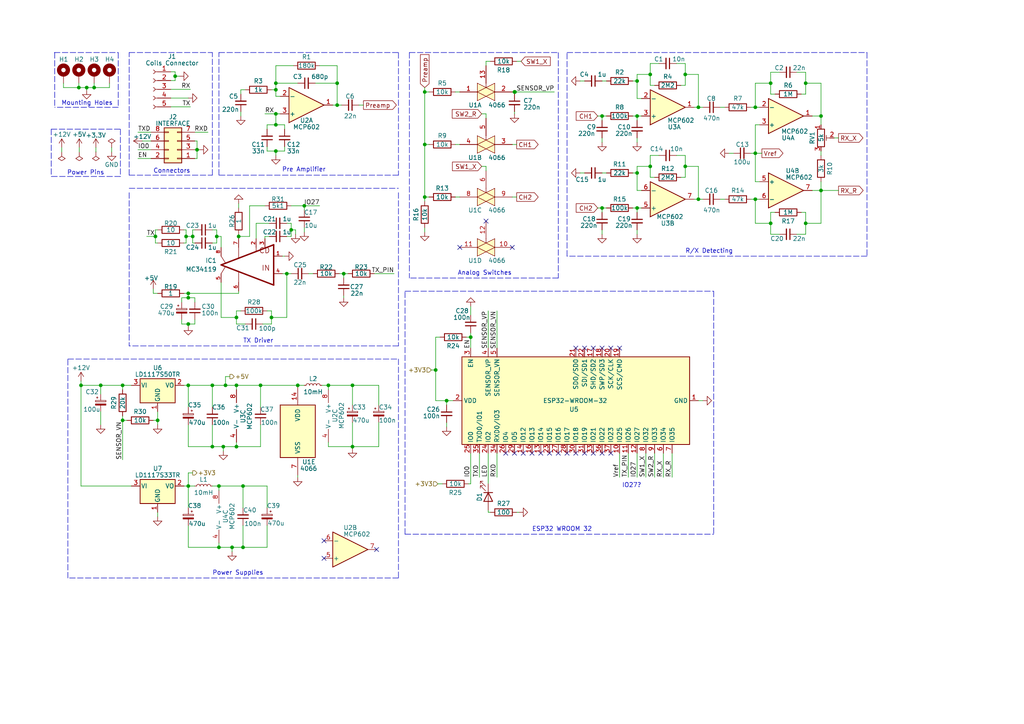
<source format=kicad_sch>
(kicad_sch (version 20211123) (generator eeschema)
  (paper "A4")
  (title_block (title "ESP32 Metal Detector - Geotech Project") (date "2022-11-17") (rev "0.1") (comment 1 "https://github.com/folny/ESP32_Metal_Detector") (comment 2 "https://www.geotech1.com/forums/showthread.php?24589-ESP32-Metal-detector"))
  (junction (at 136.525 97.79))
  (junction (at 53.975 68.58))
  (junction (at 184.785 60.325))
  (junction (at 55.88 68.58))
  (junction (at 123.19 57.15))
  (junction (at 63.5 140.97))
  (junction (at 35.56 121.92))
  (junction (at 238.125 55.245))
  (junction (at 97.79 24.13))
  (junction (at 184.785 50.165))
  (junction (at 174.625 33.655))
  (junction (at 80.01 33.02))
  (junction (at 64.77 129.54))
  (junction (at 86.36 111.76))
  (junction (at 129.54 116.205))
  (junction (at 88.265 59.69))
  (junction (at 233.68 64.77))
  (junction (at 61.595 129.54))
  (junction (at 126.365 107.315))
  (junction (at 188.595 21.59))
  (junction (at 68.58 111.76))
  (junction (at 65.405 111.76))
  (junction (at 50.8 22.098))
  (junction (at 57.15 43.434))
  (junction (at 70.485 158.75))
  (junction (at 102.235 129.54))
  (junction (at 149.352 26.67))
  (junction (at 99.695 79.375))
  (junction (at 202.565 31.115))
  (junction (at 219.075 57.785))
  (junction (at 22.86 25.4))
  (junction (at 123.19 41.91))
  (junction (at 80.01 26.035))
  (junction (at 75.565 111.76))
  (junction (at 84.455 66.675))
  (junction (at 188.595 48.26))
  (junction (at 95.25 111.76))
  (junction (at 29.21 111.76))
  (junction (at 80.01 43.815))
  (junction (at 63.5 158.75))
  (junction (at 35.56 111.76))
  (junction (at 219.075 31.115))
  (junction (at 80.01 36.195))
  (junction (at 23.495 111.76))
  (junction (at 102.235 111.76))
  (junction (at 54.61 140.97))
  (junction (at 198.755 48.26))
  (junction (at 219.075 44.45))
  (junction (at 54.61 85.09))
  (junction (at 184.785 23.495))
  (junction (at 202.565 57.785))
  (junction (at 184.785 33.655))
  (junction (at 54.61 111.76))
  (junction (at 80.01 24.13))
  (junction (at 45.72 121.92))
  (junction (at 233.68 24.13))
  (junction (at 238.125 33.655))
  (junction (at 70.485 140.97))
  (junction (at 25.146 25.4))
  (junction (at 54.61 93.98))
  (junction (at 61.595 111.76))
  (junction (at 97.79 30.48))
  (junction (at 83.185 79.375))
  (junction (at 198.755 21.59))
  (junction (at 78.74 92.075))
  (junction (at 223.52 24.13))
  (junction (at 54.61 86.36))
  (junction (at 174.625 60.325))
  (junction (at 68.58 129.54))
  (junction (at 27.305 25.4))
  (junction (at 223.52 64.77))
  (junction (at 149.225 26.67))
  (junction (at 68.58 92.075))
  (junction (at 69.215 68.58))
  (junction (at 67.31 158.75))
  (junction (at 123.19 26.67))
  (junction (at 45.085 68.58))
  (junction (at 62.865 68.58))
  (no_connect (at 133.35 71.755))
  (no_connect (at 154.305 131.445))
  (no_connect (at 172.085 100.965))
  (no_connect (at 169.545 131.445))
  (no_connect (at 93.98 156.845))
  (no_connect (at 109.22 159.385))
  (no_connect (at 149.225 131.445))
  (no_connect (at 167.005 100.965))
  (no_connect (at 174.625 100.965))
  (no_connect (at 156.845 131.445))
  (no_connect (at 161.925 131.445))
  (no_connect (at 174.625 131.445))
  (no_connect (at 159.385 131.445))
  (no_connect (at 167.005 131.445))
  (no_connect (at 151.765 131.445))
  (no_connect (at 172.085 131.445))
  (no_connect (at 177.165 100.965))
  (no_connect (at 148.59 71.755))
  (no_connect (at 179.705 100.965))
  (no_connect (at 146.685 131.445))
  (no_connect (at 140.97 64.135))
  (no_connect (at 169.545 100.965))
  (no_connect (at 177.165 131.445))
  (no_connect (at 164.465 131.445))
  (no_connect (at 93.98 161.925))
  (wire (pts (xy 89.535 79.375) (xy 90.805 79.375)))
  (wire (pts (xy 68.58 90.17) (xy 68.58 92.075)))
  (wire (pts (xy 78.74 26.035) (xy 80.01 26.035)))
  (wire (pts (xy 64.77 129.54) (xy 64.77 130.81)))
  (polyline (pts (xy 34.925 51.181) (xy 14.859 51.181)))
  (wire (pts (xy 129.54 116.205) (xy 131.445 116.205)))
  (wire (pts (xy 44.45 85.09) (xy 45.72 85.09)))
  (wire (pts (xy 84.455 66.675) (xy 84.455 68.58)))
  (wire (pts (xy 123.19 25.4) (xy 123.19 26.67)))
  (wire (pts (xy 132.08 26.67) (xy 133.35 26.67)))
  (wire (pts (xy 109.855 111.76) (xy 109.855 117.475)))
  (wire (pts (xy 136.525 97.79) (xy 136.525 96.52)))
  (wire (pts (xy 104.14 30.48) (xy 105.41 30.48)))
  (wire (pts (xy 197.485 51.435) (xy 198.755 51.435)))
  (wire (pts (xy 53.975 70.485) (xy 53.34 70.485)))
  (wire (pts (xy 174.625 60.325) (xy 175.895 60.325)))
  (wire (pts (xy 35.56 111.76) (xy 38.1 111.76)))
  (wire (pts (xy 70.485 140.97) (xy 77.47 140.97)))
  (wire (pts (xy 74.295 64.77) (xy 78.105 64.77)))
  (wire (pts (xy 198.755 18.415) (xy 198.755 21.59)))
  (polyline (pts (xy 161.925 15.24) (xy 161.925 80.645)))
  (wire (pts (xy 88.265 59.69) (xy 92.71 59.69)))
  (wire (pts (xy 49.53 30.988) (xy 55.245 30.988)))
  (polyline (pts (xy 115.57 55.88) (xy 115.57 100.33)))
  (polyline (pts (xy 164.465 74.295) (xy 164.465 15.24)))
  (wire (pts (xy 44.45 121.92) (xy 45.72 121.92)))
  (wire (pts (xy 184.785 50.165) (xy 184.785 55.245)))
  (wire (pts (xy 64.135 92.075) (xy 68.58 92.075)))
  (wire (pts (xy 99.695 79.375) (xy 99.695 80.645)))
  (wire (pts (xy 184.785 33.655) (xy 186.055 33.655)))
  (wire (pts (xy 184.785 48.26) (xy 184.785 50.165)))
  (wire (pts (xy 173.355 60.325) (xy 174.625 60.325)))
  (wire (pts (xy 183.515 60.325) (xy 184.785 60.325)))
  (wire (pts (xy 141.605 148.59) (xy 142.24 148.59)))
  (wire (pts (xy 149.225 32.385) (xy 149.225 33.02)))
  (wire (pts (xy 97.79 30.48) (xy 97.79 24.13)))
  (wire (pts (xy 61.595 66.675) (xy 62.865 66.675)))
  (wire (pts (xy 188.595 18.415) (xy 191.135 18.415)))
  (wire (pts (xy 43.815 43.434) (xy 40.005 43.434)))
  (wire (pts (xy 108.585 79.375) (xy 114.3 79.375)))
  (wire (pts (xy 135.255 97.79) (xy 136.525 97.79)))
  (wire (pts (xy 63.5 140.97) (xy 70.485 140.97)))
  (wire (pts (xy 132.08 41.91) (xy 133.35 41.91)))
  (polyline (pts (xy 34.925 37.465) (xy 34.925 51.181)))
  (wire (pts (xy 61.595 123.19) (xy 61.595 129.54)))
  (wire (pts (xy 211.455 44.45) (xy 212.725 44.45)))
  (wire (pts (xy 50.8 20.828) (xy 50.8 22.098)))
  (wire (pts (xy 88.265 59.69) (xy 88.265 60.96)))
  (wire (pts (xy 42.545 68.58) (xy 45.085 68.58)))
  (wire (pts (xy 219.075 64.77) (xy 219.075 57.785)))
  (wire (pts (xy 68.58 111.76) (xy 68.58 113.03)))
  (wire (pts (xy 50.8 22.098) (xy 52.07 22.098)))
  (wire (pts (xy 44.45 83.82) (xy 44.45 85.09)))
  (wire (pts (xy 202.565 48.26) (xy 202.565 57.785)))
  (wire (pts (xy 81.28 27.94) (xy 80.01 27.94)))
  (wire (pts (xy 233.68 61.595) (xy 233.68 64.77)))
  (wire (pts (xy 43.815 45.974) (xy 40.005 45.974)))
  (polyline (pts (xy 37.465 55.88) (xy 37.465 100.33)))
  (wire (pts (xy 71.12 93.98) (xy 68.58 93.98)))
  (wire (pts (xy 148.59 26.67) (xy 149.225 26.67)))
  (wire (pts (xy 57.15 43.434) (xy 57.15 45.974)))
  (wire (pts (xy 64.135 81.915) (xy 64.135 92.075)))
  (wire (pts (xy 231.14 67.945) (xy 233.68 67.945)))
  (wire (pts (xy 208.915 31.115) (xy 210.185 31.115)))
  (wire (pts (xy 148.59 57.15) (xy 149.86 57.15)))
  (wire (pts (xy 63.5 158.75) (xy 67.31 158.75)))
  (wire (pts (xy 83.185 64.77) (xy 84.455 64.77)))
  (wire (pts (xy 223.52 20.955) (xy 226.06 20.955)))
  (wire (pts (xy 183.515 50.165) (xy 184.785 50.165)))
  (wire (pts (xy 25.146 25.4) (xy 25.146 26.162)))
  (wire (pts (xy 41.275 40.894) (xy 43.815 40.894)))
  (wire (pts (xy 62.865 68.58) (xy 62.865 70.485)))
  (wire (pts (xy 219.075 44.45) (xy 220.98 44.45)))
  (wire (pts (xy 231.14 20.955) (xy 233.68 20.955)))
  (wire (pts (xy 77.47 37.465) (xy 77.47 36.195)))
  (wire (pts (xy 95.25 111.76) (xy 102.235 111.76)))
  (wire (pts (xy 198.755 48.26) (xy 202.565 48.26)))
  (wire (pts (xy 72.39 68.58) (xy 72.39 59.69)))
  (wire (pts (xy 27.305 25.4) (xy 27.305 24.13)))
  (wire (pts (xy 233.68 64.77) (xy 233.68 67.945)))
  (wire (pts (xy 197.485 24.765) (xy 198.755 24.765)))
  (wire (pts (xy 83.185 68.58) (xy 84.455 68.58)))
  (wire (pts (xy 140.97 33.02) (xy 140.97 34.29)))
  (wire (pts (xy 45.72 119.38) (xy 45.72 121.92)))
  (wire (pts (xy 135.89 140.335) (xy 136.525 140.335)))
  (wire (pts (xy 81.915 74.295) (xy 82.55 74.295)))
  (wire (pts (xy 188.595 21.59) (xy 188.595 18.415)))
  (wire (pts (xy 174.625 66.675) (xy 174.625 67.945)))
  (wire (pts (xy 95.25 111.76) (xy 95.25 113.03)))
  (wire (pts (xy 102.235 129.54) (xy 95.25 129.54)))
  (wire (pts (xy 219.075 36.195) (xy 219.075 44.45)))
  (polyline (pts (xy 251.46 74.295) (xy 164.465 74.295)))
  (wire (pts (xy 196.215 18.415) (xy 198.755 18.415)))
  (wire (pts (xy 82.55 43.815) (xy 82.55 42.545)))
  (wire (pts (xy 109.855 122.555) (xy 109.855 129.54)))
  (wire (pts (xy 49.53 28.448) (xy 54.61 28.448)))
  (wire (pts (xy 168.275 23.495) (xy 169.545 23.495)))
  (wire (pts (xy 141.605 140.335) (xy 141.605 131.445)))
  (wire (pts (xy 202.565 57.785) (xy 203.835 57.785)))
  (wire (pts (xy 91.44 24.13) (xy 97.79 24.13)))
  (wire (pts (xy 52.705 86.36) (xy 52.705 87.63)))
  (wire (pts (xy 29.21 119.38) (xy 29.21 123.19)))
  (polyline (pts (xy 117.475 154.94) (xy 207.01 154.94)))
  (wire (pts (xy 219.075 52.705) (xy 220.345 52.705)))
  (wire (pts (xy 69.215 68.58) (xy 69.215 69.215)))
  (polyline (pts (xy 19.685 104.14) (xy 115.57 104.14)))
  (polyline (pts (xy 14.859 37.465) (xy 14.859 51.181)))
  (wire (pts (xy 45.085 68.58) (xy 45.085 70.485)))
  (wire (pts (xy 84.455 66.675) (xy 85.725 66.675)))
  (wire (pts (xy 25.146 25.4) (xy 27.305 25.4)))
  (wire (pts (xy 32.385 44.069) (xy 32.385 42.799)))
  (wire (pts (xy 18.415 25.4) (xy 22.86 25.4)))
  (wire (pts (xy 53.34 85.09) (xy 54.61 85.09)))
  (wire (pts (xy 27.305 25.4) (xy 31.75 25.4)))
  (wire (pts (xy 188.595 45.085) (xy 191.135 45.085)))
  (polyline (pts (xy 37.465 50.8) (xy 37.465 15.24)))
  (wire (pts (xy 95.25 129.54) (xy 95.25 128.27)))
  (wire (pts (xy 45.72 121.92) (xy 45.72 123.19)))
  (wire (pts (xy 99.695 85.725) (xy 99.695 86.36)))
  (wire (pts (xy 85.09 19.05) (xy 80.01 19.05)))
  (wire (pts (xy 75.565 111.76) (xy 86.36 111.76)))
  (wire (pts (xy 198.755 45.085) (xy 198.755 48.26)))
  (wire (pts (xy 61.595 111.76) (xy 65.405 111.76)))
  (wire (pts (xy 194.945 138.43) (xy 194.945 131.445)))
  (wire (pts (xy 76.835 68.58) (xy 76.835 69.215)))
  (polyline (pts (xy 117.475 84.455) (xy 207.01 84.455)))
  (wire (pts (xy 52.705 86.36) (xy 54.61 86.36)))
  (wire (pts (xy 189.865 24.765) (xy 188.595 24.765)))
  (wire (pts (xy 35.56 121.92) (xy 35.56 133.35)))
  (wire (pts (xy 184.785 66.675) (xy 184.785 67.945)))
  (wire (pts (xy 56.515 40.894) (xy 57.15 40.894)))
  (wire (pts (xy 129.54 117.475) (xy 129.54 116.205)))
  (wire (pts (xy 174.625 60.325) (xy 174.625 61.595)))
  (wire (pts (xy 50.8 22.098) (xy 50.8 23.368)))
  (wire (pts (xy 76.835 33.02) (xy 80.01 33.02)))
  (wire (pts (xy 102.235 129.54) (xy 109.855 129.54)))
  (wire (pts (xy 136.525 140.335) (xy 136.525 131.445)))
  (wire (pts (xy 233.68 20.955) (xy 233.68 24.13)))
  (wire (pts (xy 31.75 25.4) (xy 31.75 24.13)))
  (wire (pts (xy 53.975 66.675) (xy 53.975 68.58)))
  (wire (pts (xy 86.36 112.395) (xy 86.36 111.76)))
  (wire (pts (xy 188.595 51.435) (xy 188.595 48.26)))
  (polyline (pts (xy 15.875 15.24) (xy 15.875 31.115)))
  (wire (pts (xy 57.15 40.894) (xy 57.15 43.434)))
  (wire (pts (xy 129.54 122.555) (xy 129.54 123.825)))
  (wire (pts (xy 187.325 138.43) (xy 187.325 131.445)))
  (wire (pts (xy 55.88 66.675) (xy 55.88 68.58)))
  (polyline (pts (xy 34.29 15.24) (xy 34.29 31.115)))
  (wire (pts (xy 93.345 111.76) (xy 95.25 111.76)))
  (wire (pts (xy 54.61 140.97) (xy 54.61 147.32)))
  (wire (pts (xy 184.785 60.325) (xy 184.785 61.595)))
  (wire (pts (xy 174.625 33.655) (xy 175.895 33.655)))
  (wire (pts (xy 196.215 45.085) (xy 198.755 45.085)))
  (wire (pts (xy 68.58 129.54) (xy 75.565 129.54)))
  (wire (pts (xy 63.5 157.48) (xy 63.5 158.75)))
  (wire (pts (xy 69.85 26.035) (xy 71.12 26.035)))
  (wire (pts (xy 70.485 152.4) (xy 70.485 158.75)))
  (wire (pts (xy 149.86 17.78) (xy 151.13 17.78)))
  (wire (pts (xy 64.135 68.58) (xy 64.135 71.755)))
  (wire (pts (xy 148.59 41.91) (xy 149.86 41.91)))
  (wire (pts (xy 45.085 66.675) (xy 45.085 68.58)))
  (wire (pts (xy 141.605 148.59) (xy 141.605 147.955)))
  (wire (pts (xy 80.01 26.035) (xy 80.01 27.94)))
  (wire (pts (xy 150.495 148.59) (xy 149.86 148.59)))
  (polyline (pts (xy 115.57 104.14) (xy 115.57 167.64)))
  (wire (pts (xy 202.565 21.59) (xy 202.565 31.115)))
  (wire (pts (xy 198.755 48.26) (xy 198.755 51.435)))
  (wire (pts (xy 184.785 60.325) (xy 186.055 60.325)))
  (wire (pts (xy 17.907 42.799) (xy 17.907 44.069)))
  (wire (pts (xy 99.695 79.375) (xy 100.965 79.375)))
  (wire (pts (xy 61.595 129.54) (xy 64.77 129.54)))
  (wire (pts (xy 144.145 100.965) (xy 144.145 90.17)))
  (wire (pts (xy 202.565 57.785) (xy 201.295 57.785)))
  (wire (pts (xy 238.125 33.655) (xy 238.125 36.195)))
  (wire (pts (xy 123.19 66.04) (xy 123.19 67.31)))
  (wire (pts (xy 78.74 92.075) (xy 83.185 92.075)))
  (polyline (pts (xy 164.465 15.24) (xy 251.46 15.24)))
  (wire (pts (xy 54.61 86.36) (xy 56.515 86.36)))
  (wire (pts (xy 126.365 116.205) (xy 126.365 107.315)))
  (wire (pts (xy 65.405 111.76) (xy 68.58 111.76)))
  (wire (pts (xy 219.075 31.115) (xy 220.345 31.115)))
  (wire (pts (xy 70.485 140.97) (xy 70.485 147.32)))
  (wire (pts (xy 80.01 19.05) (xy 80.01 24.13)))
  (wire (pts (xy 97.79 30.48) (xy 99.06 30.48)))
  (wire (pts (xy 149.225 26.67) (xy 149.225 27.305)))
  (wire (pts (xy 83.185 79.375) (xy 84.455 79.375)))
  (wire (pts (xy 54.61 111.76) (xy 54.61 118.11)))
  (wire (pts (xy 56.515 92.71) (xy 56.515 93.98)))
  (wire (pts (xy 80.01 24.13) (xy 80.01 26.035)))
  (wire (pts (xy 77.47 43.815) (xy 80.01 43.815)))
  (wire (pts (xy 224.79 27.305) (xy 223.52 27.305)))
  (wire (pts (xy 179.705 138.43) (xy 179.705 131.445)))
  (wire (pts (xy 182.245 138.43) (xy 182.245 131.445)))
  (wire (pts (xy 219.075 24.13) (xy 223.52 24.13)))
  (polyline (pts (xy 34.29 31.115) (xy 15.875 31.115)))
  (wire (pts (xy 223.52 67.945) (xy 226.06 67.945)))
  (wire (pts (xy 232.41 27.305) (xy 233.68 27.305)))
  (wire (pts (xy 23.495 111.76) (xy 23.495 140.97)))
  (wire (pts (xy 102.235 111.76) (xy 102.235 117.475)))
  (wire (pts (xy 173.355 33.655) (xy 174.625 33.655)))
  (wire (pts (xy 54.61 137.16) (xy 55.88 137.16)))
  (wire (pts (xy 184.785 138.43) (xy 184.785 131.445)))
  (wire (pts (xy 123.19 41.91) (xy 123.19 57.15)))
  (wire (pts (xy 62.865 68.58) (xy 64.135 68.58)))
  (wire (pts (xy 35.56 121.92) (xy 36.83 121.92)))
  (wire (pts (xy 174.625 50.165) (xy 175.895 50.165)))
  (wire (pts (xy 188.595 48.26) (xy 188.595 45.085)))
  (wire (pts (xy 23.495 140.97) (xy 38.1 140.97)))
  (wire (pts (xy 56.515 86.36) (xy 56.515 87.63)))
  (wire (pts (xy 45.72 66.675) (xy 45.085 66.675)))
  (wire (pts (xy 69.215 59.055) (xy 69.215 60.325)))
  (wire (pts (xy 53.34 140.97) (xy 54.61 140.97)))
  (wire (pts (xy 85.725 66.675) (xy 85.725 67.945)))
  (polyline (pts (xy 161.925 80.645) (xy 118.745 80.645)))
  (wire (pts (xy 80.01 36.195) (xy 82.55 36.195)))
  (wire (pts (xy 123.19 57.15) (xy 124.46 57.15)))
  (wire (pts (xy 63.5 140.97) (xy 63.5 142.24)))
  (wire (pts (xy 29.21 111.76) (xy 35.56 111.76)))
  (polyline (pts (xy 115.57 100.33) (xy 37.465 100.33)))
  (polyline (pts (xy 37.465 15.24) (xy 61.595 15.24)))
  (wire (pts (xy 27.813 42.799) (xy 27.813 44.069)))
  (wire (pts (xy 54.61 85.09) (xy 54.61 86.36)))
  (wire (pts (xy 123.19 57.15) (xy 123.19 58.42)))
  (wire (pts (xy 77.47 36.195) (xy 80.01 36.195)))
  (wire (pts (xy 49.53 25.908) (xy 55.245 25.908)))
  (wire (pts (xy 140.97 17.78) (xy 142.24 17.78)))
  (wire (pts (xy 69.215 67.945) (xy 69.215 68.58)))
  (polyline (pts (xy 14.859 37.465) (xy 34.925 37.465)))
  (wire (pts (xy 140.97 17.78) (xy 140.97 19.05)))
  (wire (pts (xy 35.56 111.76) (xy 35.56 113.03)))
  (wire (pts (xy 40.005 38.354) (xy 43.815 38.354)))
  (wire (pts (xy 219.075 24.13) (xy 219.075 31.115)))
  (wire (pts (xy 174.625 23.495) (xy 175.895 23.495)))
  (wire (pts (xy 67.31 158.75) (xy 70.485 158.75)))
  (wire (pts (xy 49.53 23.368) (xy 50.8 23.368)))
  (wire (pts (xy 202.565 116.205) (xy 203.835 116.205)))
  (wire (pts (xy 233.68 24.13) (xy 238.125 24.13)))
  (wire (pts (xy 78.74 90.17) (xy 78.74 92.075)))
  (polyline (pts (xy 118.745 15.24) (xy 118.745 80.645)))
  (wire (pts (xy 241.935 40.005) (xy 243.205 40.005)))
  (wire (pts (xy 96.52 30.48) (xy 97.79 30.48)))
  (wire (pts (xy 184.785 23.495) (xy 184.785 28.575)))
  (wire (pts (xy 54.61 140.97) (xy 54.61 137.16)))
  (wire (pts (xy 55.88 70.485) (xy 56.515 70.485)))
  (wire (pts (xy 92.71 19.05) (xy 97.79 19.05)))
  (wire (pts (xy 125.095 107.315) (xy 126.365 107.315)))
  (wire (pts (xy 49.53 20.828) (xy 50.8 20.828)))
  (wire (pts (xy 238.125 33.655) (xy 238.125 24.13)))
  (wire (pts (xy 70.485 158.75) (xy 77.47 158.75)))
  (wire (pts (xy 54.61 158.75) (xy 63.5 158.75)))
  (wire (pts (xy 54.61 152.4) (xy 54.61 158.75)))
  (wire (pts (xy 54.61 111.76) (xy 61.595 111.76)))
  (wire (pts (xy 223.52 64.77) (xy 223.52 67.945)))
  (wire (pts (xy 126.365 97.79) (xy 127.635 97.79)))
  (wire (pts (xy 208.915 57.785) (xy 210.185 57.785)))
  (wire (pts (xy 68.58 128.27) (xy 68.58 129.54)))
  (wire (pts (xy 217.805 44.45) (xy 219.075 44.45)))
  (wire (pts (xy 53.975 68.58) (xy 53.975 70.485)))
  (wire (pts (xy 62.865 66.675) (xy 62.865 68.58)))
  (wire (pts (xy 54.61 93.98) (xy 54.61 94.615)))
  (wire (pts (xy 189.865 138.43) (xy 189.865 131.445)))
  (wire (pts (xy 168.275 50.165) (xy 169.545 50.165)))
  (wire (pts (xy 80.01 43.815) (xy 80.01 45.085)))
  (wire (pts (xy 144.145 138.43) (xy 144.145 131.445)))
  (polyline (pts (xy 63.5 50.8) (xy 63.5 15.24)))
  (wire (pts (xy 132.08 57.15) (xy 133.35 57.15)))
  (wire (pts (xy 123.19 26.67) (xy 123.19 41.91)))
  (wire (pts (xy 235.585 33.655) (xy 238.125 33.655)))
  (polyline (pts (xy 19.685 167.64) (xy 19.685 104.14)))
  (wire (pts (xy 124.46 26.67) (xy 123.19 26.67)))
  (wire (pts (xy 126.365 116.205) (xy 129.54 116.205)))
  (wire (pts (xy 45.72 148.59) (xy 45.72 149.86)))
  (polyline (pts (xy 251.46 15.24) (xy 251.46 74.295)))
  (wire (pts (xy 54.61 123.19) (xy 54.61 129.54)))
  (wire (pts (xy 54.61 85.09) (xy 69.215 85.09)))
  (wire (pts (xy 65.405 109.22) (xy 65.405 111.76)))
  (wire (pts (xy 238.125 55.245) (xy 238.125 64.77)))
  (wire (pts (xy 233.68 24.13) (xy 233.68 27.305)))
  (wire (pts (xy 102.235 111.76) (xy 109.855 111.76)))
  (wire (pts (xy 223.52 61.595) (xy 223.52 64.77)))
  (wire (pts (xy 80.01 43.815) (xy 82.55 43.815)))
  (wire (pts (xy 56.515 45.974) (xy 57.15 45.974)))
  (wire (pts (xy 238.125 52.705) (xy 238.125 55.245)))
  (wire (pts (xy 60.325 38.354) (xy 56.515 38.354)))
  (wire (pts (xy 217.805 31.115) (xy 219.075 31.115)))
  (wire (pts (xy 126.365 107.315) (xy 126.365 97.79)))
  (wire (pts (xy 55.88 68.58) (xy 55.88 70.485)))
  (polyline (pts (xy 63.5 15.24) (xy 115.57 15.24)))
  (wire (pts (xy 23.495 111.76) (xy 29.21 111.76)))
  (wire (pts (xy 189.865 51.435) (xy 188.595 51.435)))
  (wire (pts (xy 54.61 93.98) (xy 56.515 93.98)))
  (wire (pts (xy 136.525 91.44) (xy 136.525 88.9)))
  (wire (pts (xy 184.785 28.575) (xy 186.055 28.575)))
  (wire (pts (xy 98.425 79.375) (xy 99.695 79.375)))
  (polyline (pts (xy 117.475 154.94) (xy 117.475 84.455)))
  (wire (pts (xy 68.58 111.76) (xy 75.565 111.76)))
  (wire (pts (xy 139.065 138.43) (xy 139.065 131.445)))
  (wire (pts (xy 219.075 64.77) (xy 223.52 64.77)))
  (wire (pts (xy 54.61 129.54) (xy 61.595 129.54)))
  (wire (pts (xy 77.47 42.545) (xy 77.47 43.815)))
  (wire (pts (xy 184.785 33.655) (xy 184.785 34.925)))
  (wire (pts (xy 139.7 33.02) (xy 140.97 33.02)))
  (polyline (pts (xy 115.57 167.64) (xy 19.685 167.64)))
  (polyline (pts (xy 115.57 15.24) (xy 115.57 50.8)))
  (wire (pts (xy 149.352 26.67) (xy 160.782 26.67)))
  (wire (pts (xy 97.79 19.05) (xy 97.79 24.13)))
  (wire (pts (xy 183.515 23.495) (xy 184.785 23.495)))
  (wire (pts (xy 140.97 48.26) (xy 140.97 49.53)))
  (polyline (pts (xy 61.595 50.8) (xy 61.595 15.24)))
  (wire (pts (xy 184.785 21.59) (xy 184.785 23.495)))
  (wire (pts (xy 184.785 21.59) (xy 188.595 21.59)))
  (wire (pts (xy 224.79 61.595) (xy 223.52 61.595)))
  (wire (pts (xy 69.85 26.035) (xy 69.85 27.305)))
  (wire (pts (xy 80.01 33.02) (xy 81.28 33.02)))
  (wire (pts (xy 219.075 44.45) (xy 219.075 52.705)))
  (wire (pts (xy 183.515 33.655) (xy 184.785 33.655)))
  (wire (pts (xy 56.515 66.675) (xy 55.88 66.675)))
  (wire (pts (xy 235.585 55.245) (xy 238.125 55.245)))
  (polyline (pts (xy 15.748 15.24) (xy 34.29 15.24)))
  (wire (pts (xy 223.52 20.955) (xy 223.52 24.13)))
  (wire (pts (xy 72.39 59.69) (xy 76.835 59.69)))
  (wire (pts (xy 45.085 70.485) (xy 45.72 70.485)))
  (wire (pts (xy 219.075 57.785) (xy 220.345 57.785)))
  (wire (pts (xy 82.55 37.465) (xy 82.55 36.195)))
  (wire (pts (xy 67.31 158.75) (xy 67.31 160.02)))
  (wire (pts (xy 74.295 64.77) (xy 74.295 69.215)))
  (wire (pts (xy 102.235 122.555) (xy 102.235 129.54)))
  (wire (pts (xy 68.58 92.075) (xy 68.58 93.98)))
  (wire (pts (xy 22.987 42.799) (xy 22.987 44.069)))
  (wire (pts (xy 233.68 64.77) (xy 238.125 64.77)))
  (wire (pts (xy 128.27 140.335) (xy 127 140.335)))
  (wire (pts (xy 238.125 43.815) (xy 238.125 45.085)))
  (wire (pts (xy 69.85 90.17) (xy 68.58 90.17)))
  (wire (pts (xy 84.455 59.69) (xy 88.265 59.69)))
  (wire (pts (xy 23.495 110.49) (xy 23.495 111.76)))
  (wire (pts (xy 188.595 24.765) (xy 188.595 21.59)))
  (wire (pts (xy 61.595 70.485) (xy 62.865 70.485)))
  (wire (pts (xy 198.755 21.59) (xy 198.755 24.765)))
  (wire (pts (xy 22.86 25.4) (xy 22.86 24.13)))
  (wire (pts (xy 77.47 90.17) (xy 78.74 90.17)))
  (wire (pts (xy 81.915 79.375) (xy 83.185 79.375)))
  (wire (pts (xy 56.515 43.434) (xy 57.15 43.434)))
  (wire (pts (xy 192.405 138.43) (xy 192.405 131.445)))
  (wire (pts (xy 29.21 111.76) (xy 29.21 114.3)))
  (wire (pts (xy 78.74 92.075) (xy 78.74 93.98)))
  (wire (pts (xy 77.47 152.4) (xy 77.47 158.75)))
  (wire (pts (xy 223.52 24.13) (xy 223.52 27.305)))
  (polyline (pts (xy 37.465 50.8) (xy 61.595 50.8)))
  (wire (pts (xy 18.415 24.13) (xy 18.415 25.4)))
  (wire (pts (xy 57.15 43.434) (xy 57.785 43.434)))
  (polyline (pts (xy 115.57 50.8) (xy 63.5 50.8)))
  (wire (pts (xy 198.755 21.59) (xy 202.565 21.59)))
  (wire (pts (xy 69.85 33.655) (xy 69.85 32.385)))
  (wire (pts (xy 102.235 129.54) (xy 102.235 130.175)))
  (wire (pts (xy 66.675 109.22) (xy 65.405 109.22)))
  (wire (pts (xy 61.595 111.76) (xy 61.595 118.11)))
  (wire (pts (xy 69.215 68.58) (xy 72.39 68.58)))
  (wire (pts (xy 35.56 120.65) (xy 35.56 121.92)))
  (wire (pts (xy 184.785 48.26) (xy 188.595 48.26)))
  (wire (pts (xy 139.7 48.26) (xy 140.97 48.26)))
  (wire (pts (xy 141.605 100.965) (xy 141.605 90.17)))
  (wire (pts (xy 238.125 55.245) (xy 243.205 55.245)))
  (wire (pts (xy 52.705 92.71) (xy 52.705 93.98)))
  (wire (pts (xy 69.215 84.455) (xy 69.215 85.09)))
  (wire (pts (xy 217.805 57.785) (xy 219.075 57.785)))
  (polyline (pts (xy 207.01 84.455) (xy 207.01 154.94)))
  (wire (pts (xy 80.01 24.13) (xy 86.36 24.13)))
  (wire (pts (xy 123.19 41.91) (xy 124.46 41.91)))
  (wire (pts (xy 54.61 140.97) (xy 56.515 140.97)))
  (wire (pts (xy 184.785 55.245) (xy 186.055 55.245)))
  (wire (pts (xy 88.265 66.04) (xy 88.265 67.31)))
  (wire (pts (xy 77.47 147.32) (xy 77.47 140.97)))
  (wire (pts (xy 52.705 93.98) (xy 54.61 93.98)))
  (wire (pts (xy 80.01 36.195) (xy 80.01 33.02)))
  (wire (pts (xy 61.595 140.97) (xy 63.5 140.97)))
  (wire (pts (xy 53.34 111.76) (xy 54.61 111.76)))
  (wire (pts (xy 53.975 68.58) (xy 55.88 68.58)))
  (wire (pts (xy 219.075 36.195) (xy 220.345 36.195)))
  (wire (pts (xy 202.565 31.115) (xy 203.835 31.115)))
  (wire (pts (xy 174.625 33.655) (xy 174.625 34.925)))
  (wire (pts (xy 75.565 111.76) (xy 75.565 118.11)))
  (wire (pts (xy 22.86 25.4) (xy 25.146 25.4)))
  (wire (pts (xy 53.34 66.675) (xy 53.975 66.675)))
  (polyline (pts (xy 118.745 15.24) (xy 161.925 15.24)))
  (wire (pts (xy 86.36 111.76) (xy 88.265 111.76)))
  (wire (pts (xy 76.835 68.58) (xy 78.105 68.58)))
  (wire (pts (xy 202.565 31.115) (xy 201.295 31.115)))
  (wire (pts (xy 136.525 100.965) (xy 136.525 97.79)))
  (wire (pts (xy 64.77 129.54) (xy 68.58 129.54)))
  (wire (pts (xy 83.185 79.375) (xy 83.185 92.075)))
  (wire (pts (xy 184.785 40.005) (xy 184.785 41.275)))
  (wire (pts (xy 174.625 40.005) (xy 174.625 41.275)))
  (wire (pts (xy 75.565 123.19) (xy 75.565 129.54)))
  (wire (pts (xy 86.36 137.795) (xy 86.36 138.43)))
  (wire (pts (xy 78.74 93.98) (xy 76.2 93.98)))
  (wire (pts (xy 232.41 61.595) (xy 233.68 61.595)))
  (polyline (pts (xy 37.465 54.61) (xy 115.57 54.61)))
  (wire (pts (xy 84.455 64.77) (xy 84.455 66.675)))
  (text "IO27?" (at 186.055 141.605 180) (effects (font (size 1.27 1.27)) (justify right bottom)))
  (text "Connectors" (at 44.45 50.419 0) (effects (font (size 1.27 1.27)) (justify left bottom)))
  (text "R/X Detecting" (at 198.755 73.66 0) (effects (font (size 1.27 1.27)) (justify left bottom)))
  (text "Analog Switches" (at 132.715 80.01 0) (effects (font (size 1.27 1.27)) (justify left bottom)))
  (text "Mounting Holes" (at 17.78 30.734 0) (effects (font (size 1.27 1.27)) (justify left bottom)))
  (text "TX Driver" (at 70.485 99.695 0) (effects (font (size 1.27 1.27)) (justify left bottom)))
  (text "Power Pins" (at 19.431 50.927 0) (effects (font (size 1.27 1.27)) (justify left bottom)))
  (text "Power Supplies" (at 61.595 167.005 0) (effects (font (size 1.27 1.27)) (justify left bottom)))
  (text "Pre Amplifier" (at 81.788 50.038 0) (effects (font (size 1.27 1.27)) (justify left bottom)))
  (text "ESP32 WROOM 32" (at 154.305 154.305 0) (effects (font (size 1.27 1.27)) (justify left bottom)))
  (label "Vref" (at 179.705 138.43 90))
  (label "TXD" (at 139.065 138.43 90))
  (label "TX_PIN" (at 114.3 79.375 180))
  (label "IO0" (at 136.525 138.43 90))
  (label "EN" (at 40.005 45.974 0))
  (label "SW1_X" (at 187.325 138.43 90))
  (label "SENSOR_VP" (at 160.782 26.67 180))
  (label "LED" (at 141.605 138.43 90))
  (label "RX_X" (at 192.405 138.43 90))
  (label "RX" (at 55.245 25.908 180))
  (label "IO27" (at 92.71 59.69 180))
  (label "TX" (at 55.245 30.988 180))
  (label "RXD" (at 60.325 38.354 180))
  (label "TXD" (at 40.005 38.354 0))
  (label "EN" (at 136.525 98.425 270))
  (label "SENSOR_VP" (at 141.605 90.17 270))
  (label "TX_PIN" (at 182.245 138.43 90))
  (label "RX" (at 76.835 33.02 0))
  (label "SW2_R" (at 189.865 138.43 90))
  (label "IO27" (at 184.785 138.43 90))
  (label "TX" (at 42.545 68.58 0))
  (label "SENSOR_VN" (at 35.56 133.35 90))
  (label "RXD" (at 144.145 138.43 90))
  (label "SENSOR_VN" (at 144.145 90.17 270))
  (label "IO0" (at 40.005 43.434 0))
  (label "RX_R" (at 194.945 138.43 90))
  (global_label "RX_R" (shape output) (at 243.205 55.245 0) (property "Intersheet References" "${INTERSHEET_REFS}" (effects hide)))
  (global_label "Preamp" (shape output) (at 105.41 30.48 0) (property "Intersheet References" "${INTERSHEET_REFS}" (effects hide)))
  (global_label "SW2_R" (shape input) (at 139.7 33.02 180) (property "Intersheet References" "${INTERSHEET_REFS}" (effects hide)))
  (global_label "CH2" (shape output) (at 149.86 57.15 0) (property "Intersheet References" "${INTERSHEET_REFS}" (effects hide)))
  (global_label "SW1_X" (shape input) (at 151.13 17.78 0) (property "Intersheet References" "${INTERSHEET_REFS}" (effects hide)))
  (global_label "CH1" (shape input) (at 173.355 33.655 180) (property "Intersheet References" "${INTERSHEET_REFS}" (effects hide)))
  (global_label "Preamp" (shape input) (at 123.19 25.4 90) (property "Intersheet References" "${INTERSHEET_REFS}" (effects hide)))
  (global_label "CH1" (shape output) (at 149.86 41.91 0) (property "Intersheet References" "${INTERSHEET_REFS}" (effects hide)))
  (global_label "Vref" (shape output) (at 220.98 44.45 0) (property "Intersheet References" "${INTERSHEET_REFS}" (effects hide)))
  (global_label "SW1_X" (shape input) (at 139.7 48.26 180) (property "Intersheet References" "${INTERSHEET_REFS}" (effects hide)))
  (global_label "CH2" (shape input) (at 173.355 60.325 180) (property "Intersheet References" "${INTERSHEET_REFS}" (effects hide)))
  (global_label "RX_X" (shape output) (at 243.205 40.005 0) (property "Intersheet References" "${INTERSHEET_REFS}" (effects hide)))
  (hierarchical_label "+3V3" (shape input) (at 125.095 107.315 180))
  (hierarchical_label "+3V3" (shape input) (at 127 140.335 180))
  (hierarchical_label "+5V" (shape output) (at 66.675 109.22 0))
  (hierarchical_label "+3V3" (shape output) (at 55.88 137.16 0))
  (symbol (lib_name "GND_3") (lib_id "power:GND") (at 99.695 86.36 0) (unit 1)
    (property "Reference" "#PWR019" (effects hide))
    (property "Value" "GND" (effects hide))
  )
  (symbol (lib_id "Device:R") (at 146.05 17.78 270) (unit 1)
    (property "Reference" "R18" (at 146.05 20.32 90))
    (property "Value" "10k" (at 146.05 17.78 90))
    (property "Footprint" "Resistor_SMD:R_1206_3216Metric_Pad1.30x1.75mm_HandSolder" (effects hide))
  )
  (symbol (lib_id "Device:C_Polarized_Small") (at 54.61 149.86 0) (mirror y) (unit 1)
    (property "Reference" "C38" (at 58.42 146.685 0) (effects (justify left)))
    (property "Value" "470u" (at 59.69 151.892 0) (effects (justify left)))
    (property "Footprint" "Capacitor_SMD:C_1812_4532Metric_Pad1.57x3.40mm_HandSolder" (effects hide))
  )
  (symbol (lib_id "Device:R") (at 74.93 26.035 90) (unit 1)
    (property "Reference" "R3" (at 74.93 23.495 90))
    (property "Value" "1k" (at 74.93 26.035 90))
    (property "Footprint" "Resistor_SMD:R_1206_3216Metric_Pad1.30x1.75mm_HandSolder" (effects hide))
  )
  (symbol (lib_id "Device:R") (at 179.705 33.655 90) (unit 1)
    (property "Reference" "R8" (at 179.705 31.115 90))
    (property "Value" "100k" (at 179.705 33.655 90))
    (property "Footprint" "Resistor_SMD:R_1206_3216Metric_Pad1.30x1.75mm_HandSolder" (effects hide))
  )
  (symbol (lib_id "power:PWR_FLAG") (at 22.987 44.069 180) (unit 1)
    (property "Reference" "#FLG0102" (effects hide))
    (property "Value" "PWR_FLAG" (effects hide))
  )
  (symbol (lib_name "GND_7") (lib_id "power:GND") (at 29.21 123.19 0) (unit 1)
    (property "Reference" "#PWR029" (effects hide))
    (property "Value" "GND" (effects hide))
  )
  (symbol (lib_id "Device:C_Small") (at 70.485 149.86 0) (mirror x) (unit 1)
    (property "Reference" "C40" (at 74.422 147.955 0) (effects (justify right)))
    (property "Value" "100n" (at 75.819 151.892 0) (effects (justify right)))
    (property "Footprint" "Capacitor_SMD:C_1206_3216Metric_Pad1.33x1.80mm_HandSolder" (effects hide))
  )
  (symbol (lib_id "power:+12V") (at 17.907 42.799 0) (unit 1)
    (property "Reference" "#PWR0104" (effects hide))
    (property "Value" "+12V" (at 17.907 38.989 0))
  )
  (symbol (lib_name "GND_1") (lib_id "power:GND") (at 149.225 33.02 0) (unit 1)
    (property "Reference" "#PWR04" (effects hide))
    (property "Value" "GND" (effects hide))
  )
  (symbol (lib_id "Device:R") (at 49.53 85.09 90) (unit 1)
    (property "Reference" "R19" (at 49.53 83.185 90))
    (property "Value" "1" (at 49.53 85.09 90))
    (property "Footprint" "Resistor_SMD:R_1206_3216Metric_Pad1.30x1.75mm_HandSolder" (effects hide))
  )
  (symbol (lib_id "Device:C_Small") (at 88.9 24.13 90) (unit 1)
    (property "Reference" "C3" (at 87.63 22.225 90) (effects (justify left)))
    (property "Value" "680p" (at 95.25 22.225 90) (effects (justify left)))
    (property "Footprint" "Capacitor_SMD:C_1206_3216Metric_Pad1.33x1.80mm_HandSolder" (effects hide))
  )
  (symbol (lib_id "Device:C_Small") (at 136.525 93.98 180) (unit 1)
    (property "Reference" "C28" (at 132.08 90.17 0) (effects (justify right)))
    (property "Value" "100n" (at 131.445 92.075 0) (effects (justify right)))
    (property "Footprint" "Capacitor_SMD:C_1206_3216Metric_Pad1.33x1.80mm_HandSolder" (effects hide))
  )
  (symbol (lib_name "GND_7") (lib_id "power:GND") (at 45.72 149.86 0) (unit 1)
    (property "Reference" "#PWR036" (effects hide))
    (property "Value" "GND" (effects hide))
  )
  (symbol (lib_id "Device:C_Small") (at 59.055 66.675 270) (unit 1)
    (property "Reference" "C23" (at 57.785 65.405 90) (effects (justify right)))
    (property "Value" "1u" (at 62.865 65.405 90) (effects (justify right)))
    (property "Footprint" "Capacitor_SMD:C_1206_3216Metric_Pad1.33x1.80mm_HandSolder" (effects hide))
  )
  (symbol (lib_id "Device:R") (at 193.675 24.765 90) (unit 1)
    (property "Reference" "R4" (at 193.675 22.225 90))
    (property "Value" "2M2" (at 193.675 24.765 90))
    (property "Footprint" "Resistor_SMD:R_1206_3216Metric_Pad1.30x1.75mm_HandSolder" (effects hide))
  )
  (symbol (lib_id "Device:C_Small") (at 59.055 70.485 90) (mirror x) (unit 1)
    (property "Reference" "C24" (at 57.785 71.755 90) (effects (justify left)))
    (property "Value" "1u" (at 62.865 71.755 90) (effects (justify left)))
    (property "Footprint" "Capacitor_SMD:C_1206_3216Metric_Pad1.33x1.80mm_HandSolder" (effects hide))
  )
  (symbol (lib_id "Device:R") (at 228.6 61.595 90) (mirror x) (unit 1)
    (property "Reference" "R17" (at 228.6 64.135 90))
    (property "Value" "1M" (at 228.6 61.595 90))
    (property "Footprint" "Resistor_SMD:R_1206_3216Metric_Pad1.30x1.75mm_HandSolder" (effects hide))
  )
  (symbol (lib_id "Device:R_Potentiometer_Trim") (at 238.125 40.005 0) (unit 1)
    (property "Reference" "RV1" (at 235.585 38.1 90) (effects (justify right)))
    (property "Value" "5k" (at 238.125 38.735 90) (effects (justify right)))
    (property "Footprint" "Potentiometer_SMD:Potentiometer_Vishay_TS53YL_Vertical" (effects hide))
  )
  (symbol (lib_id "Amplifier_Operational:MCP602") (at 227.965 55.245 0) (unit 2)
    (property "Reference" "U4" (at 229.87 49.53 0))
    (property "Value" "MCP602" (at 231.775 51.435 0))
    (property "Footprint" "Package_SO:SOIC-8_3.9x4.9mm_P1.27mm" (effects hide))
    (property "Datasheet" "http://ww1.microchip.com/downloads/en/DeviceDoc/21314g.pdf" (effects hide))
  )
  (symbol (lib_id "Device:LED") (at 141.605 144.145 270) (unit 1)
    (property "Reference" "D1" (at 139.065 144.145 0))
    (property "Value" "LED" (effects hide))
    (property "Footprint" "LED_SMD:LED_1206_3216Metric_Pad1.42x1.75mm_HandSolder" (effects hide))
  )
  (symbol (lib_id "Device:C_Small") (at 82.55 40.005 0) (unit 1)
    (property "Reference" "C12" (at 83.185 41.91 0) (effects (justify left)))
    (property "Value" "33n" (at 83.185 43.815 0) (effects (justify left)))
    (property "Footprint" "Capacitor_SMD:C_1206_3216Metric_Pad1.33x1.80mm_HandSolder" (effects hide))
  )
  (symbol (lib_id "Device:C_Polarized_Small") (at 77.47 149.86 0) (mirror y) (unit 1)
    (property "Reference" "C39" (at 81.28 146.685 0) (effects (justify left)))
    (property "Value" "470u" (at 82.55 151.765 0) (effects (justify left)))
    (property "Footprint" "Capacitor_SMD:C_1812_4532Metric_Pad1.57x3.40mm_HandSolder" (effects hide))
  )
  (symbol (lib_id "RF_Module:ESP32-WROOM-32") (at 167.005 116.205 90) (mirror x) (unit 1)
    (property "Reference" "U5" (at 165.1 118.745 90) (effects (justify right)))
    (property "Value" "ESP32-WROOM-32" (at 157.48 116.205 90) (effects (justify right)))
    (property "Footprint" "RF_Module:ESP32-WROOM-32" (effects hide))
    (property "Datasheet" "https://www.espressif.com/sites/default/files/documentation/esp32-wroom-32_datasheet_en.pdf" (effects hide))
  )
  (symbol (lib_id "Device:R") (at 49.53 70.485 270) (unit 1)
    (property "Reference" "R21" (at 49.53 73.025 90))
    (property "Value" "10" (at 49.53 70.485 90))
    (property "Footprint" "Resistor_SMD:R_1206_3216Metric_Pad1.30x1.75mm_HandSolder" (effects hide))
  )
  (symbol (lib_id "Device:C_Small") (at 75.565 120.65 0) (mirror x) (unit 1)
    (property "Reference" "C37" (at 79.375 118.745 0) (effects (justify right)))
    (property "Value" "100n" (at 80.645 122.555 0) (effects (justify right)))
    (property "Footprint" "Capacitor_SMD:C_1206_3216Metric_Pad1.33x1.80mm_HandSolder" (effects hide))
  )
  (symbol (lib_id "Device:R") (at 128.27 57.15 90) (unit 1)
    (property "Reference" "R13" (at 128.27 54.61 90))
    (property "Value" "10k" (at 128.27 57.15 90))
    (property "Footprint" "Resistor_SMD:R_1206_3216Metric_Pad1.30x1.75mm_HandSolder" (effects hide))
  )
  (symbol (lib_id "power:+12V") (at 23.495 110.49 0) (unit 1)
    (property "Reference" "#PWR027" (effects hide))
    (property "Value" "+12V" (at 23.495 106.68 0))
  )
  (symbol (lib_name "GND_5") (lib_id "power:GND") (at 211.455 44.45 270) (unit 1)
    (property "Reference" "#PWR08" (effects hide))
    (property "Value" "GND" (effects hide))
  )
  (symbol (lib_name "GND_7") (lib_id "power:GND") (at 64.77 130.81 0) (unit 1)
    (property "Reference" "#PWR032" (effects hide))
    (property "Value" "GND" (effects hide))
  )
  (symbol (lib_name "GND_3") (lib_id "power:GND") (at 32.385 44.069 0) (unit 1)
    (property "Reference" "#PWR034" (effects hide))
    (property "Value" "GND" (at 32.385 47.752 0))
  )
  (symbol (lib_id "power:+5V") (at 22.987 42.799 0) (unit 1)
    (property "Reference" "#PWR0103" (effects hide))
    (property "Value" "+5V" (at 22.987 38.989 0))
  )
  (symbol (lib_id "Connector:Conn_01x05_Female") (at 44.45 25.908 0) (mirror y) (unit 1)
    (property "Reference" "J1" (at 49.911 16.383 0))
    (property "Value" "Coils Connector" (at 49.911 18.288 0))
    (property "Footprint" "Connector_Wire:SolderWire-0.1sqmm_1x05_P3.6mm_D0.4mm_OD1mm" (effects hide))
  )
  (symbol (lib_id "Device:R") (at 193.675 51.435 90) (unit 1)
    (property "Reference" "R12" (at 193.675 48.895 90))
    (property "Value" "2M2" (at 193.675 51.435 90))
    (property "Footprint" "Resistor_SMD:R_1206_3216Metric_Pad1.30x1.75mm_HandSolder" (effects hide))
  )
  (symbol (lib_name "GND_2") (lib_id "power:GND") (at 69.85 33.655 0) (unit 1)
    (property "Reference" "#PWR03" (effects hide))
    (property "Value" "GND" (effects hide))
  )
  (symbol (lib_name "GND_7") (lib_id "power:GND") (at 67.31 160.02 0) (unit 1)
    (property "Reference" "#PWR037" (effects hide))
    (property "Value" "GND" (effects hide))
  )
  (symbol (lib_id "Amplifier_Operational:MCP602") (at 101.6 159.385 0) (mirror x) (unit 2)
    (property "Reference" "U2" (at 101.6 153.035 0))
    (property "Value" "MCP602" (at 103.505 154.94 0))
    (property "Datasheet" "http://ww1.microchip.com/downloads/en/DeviceDoc/21314g.pdf" (effects hide))
  )
  (symbol (lib_id "Amplifier_Operational:MCP602") (at 227.965 33.655 0) (mirror x) (unit 1)
    (property "Reference" "U4" (at 228.6 40.005 0))
    (property "Value" "MCP602" (at 230.505 38.1 0))
    (property "Footprint" "Package_SO:SOIC-8_3.9x4.9mm_P1.27mm" (effects hide))
    (property "Datasheet" "http://ww1.microchip.com/downloads/en/DeviceDoc/21314g.pdf" (effects hide))
  )
  (symbol (lib_name "GND_5") (lib_id "power:GND") (at 168.275 23.495 270) (unit 1)
    (property "Reference" "#PWR02" (effects hide))
    (property "Value" "GND" (effects hide))
  )
  (symbol (lib_id "Device:C_Small") (at 69.85 29.845 0) (mirror x) (unit 1)
    (property "Reference" "C5" (at 69.088 27.94 0) (effects (justify right)))
    (property "Value" "220n" (at 69.342 31.75 0) (effects (justify right)))
    (property "Footprint" "Capacitor_SMD:C_1206_3216Metric_Pad1.33x1.80mm_HandSolder" (effects hide))
  )
  (symbol (lib_id "Regulator_Linear:LD1117S33TR_SOT223") (at 45.72 140.97 0) (unit 1)
    (property "Reference" "U7" (at 45.72 135.89 0))
    (property "Value" "LD1117S33TR" (at 45.72 137.795 0))
    (property "Footprint" "Package_TO_SOT_SMD:SOT-223-3_TabPin2" (effects hide))
    (property "Datasheet" "http://www.st.com/st-web-ui/static/active/en/resource/technical/document/datasheet/CD00000544.pdf" (effects hide))
  )
  (symbol (lib_id "Device:C_Small") (at 206.375 31.115 270) (unit 1)
    (property "Reference" "C8" (at 207.645 28.575 90) (effects (justify right)))
    (property "Value" "470n" (at 208.915 34.29 90) (effects (justify right)))
    (property "Footprint" "Capacitor_SMD:C_1206_3216Metric_Pad1.33x1.80mm_HandSolder" (effects hide))
  )
  (symbol (lib_name "GND_3") (lib_id "power:GND") (at 82.55 74.295 90) (unit 1)
    (property "Reference" "#PWR015" (effects hide))
    (property "Value" "GND" (effects hide))
  )
  (symbol (lib_id "Device:R") (at 131.445 97.79 90) (mirror x) (unit 1)
    (property "Reference" "R24" (at 131.445 100.33 90))
    (property "Value" "10k" (at 131.445 97.79 90))
    (property "Footprint" "Resistor_SMD:R_1206_3216Metric_Pad1.30x1.75mm_HandSolder" (effects hide))
  )
  (symbol (lib_id "power:PWR_FLAG") (at 32.385 42.799 0) (unit 1)
    (property "Reference" "#FLG01" (effects hide))
    (property "Value" "PWR_FLAG" (effects hide))
  )
  (symbol (lib_id "Device:C_Small") (at 193.675 18.415 270) (unit 1)
    (property "Reference" "C1" (at 192.405 17.145 90) (effects (justify right)))
    (property "Value" "10n" (at 198.755 17.145 90) (effects (justify right)))
    (property "Footprint" "Capacitor_SMD:C_1206_3216Metric_Pad1.33x1.80mm_HandSolder" (effects hide))
  )
  (symbol (lib_id "Device:R") (at 35.56 116.84 180) (unit 1)
    (property "Reference" "R29" (at 33.02 116.84 90))
    (property "Value" "20k" (at 35.56 116.84 90))
    (property "Footprint" "Resistor_SMD:R_1206_3216Metric_Pad1.30x1.75mm_HandSolder" (effects hide))
  )
  (symbol (lib_id "Mechanical:MountingHole_Pad") (at 27.305 21.59 0) (unit 1)
    (property "Reference" "H3" (at 25.9715 17.2085 0) (effects (justify left)))
    (property "Value" "MountingHole_Pad" (effects hide))
    (property "Footprint" "MountingHole:MountingHole_3mm_Pad_Via" (effects hide))
  )
  (symbol (lib_id "Device:C_Polarized_Small") (at 109.855 120.015 0) (unit 1)
    (property "Reference" "C34" (at 109.855 118.11 0) (effects (justify left)))
    (property "Value" "100n" (at 109.855 121.92 0) (effects (justify left)))
    (property "Footprint" "Capacitor_SMD:C_1206_3216Metric_Pad1.33x1.80mm_HandSolder" (effects hide))
  )
  (symbol (lib_id "power:+3.3V") (at 27.813 42.799 0) (unit 1)
    (property "Reference" "#PWR0101" (effects hide))
    (property "Value" "+3.3V" (at 27.813 39.243 0))
  )
  (symbol (lib_id "Device:C_Small") (at 80.645 64.77 90) (unit 1)
    (property "Reference" "C21" (at 76.2 63.5 90) (effects (justify right)))
    (property "Value" "1u" (at 81.915 63.5 90) (effects (justify right)))
    (property "Footprint" "Capacitor_SMD:C_1206_3216Metric_Pad1.33x1.80mm_HandSolder" (effects hide))
  )
  (symbol (lib_id "4xxx:4066") (at 140.97 57.15 0) (unit 3)
    (property "Reference" "U1" (at 137.795 60.96 0))
    (property "Value" "4066" (at 144.145 60.96 0))
    (property "Footprint" "Package_SO:SO-14_3.9x8.65mm_P1.27mm" (effects hide))
    (property "Datasheet" "http://www.ti.com/lit/ds/symlink/cd4066b.pdf" (effects hide))
  )
  (symbol (lib_name "GND_5") (lib_id "power:GND") (at 57.785 43.434 90) (unit 1)
    (property "Reference" "#PWR025" (effects hide))
    (property "Value" "GND" (effects hide))
  )
  (symbol (lib_id "Device:C_Polarized_Small") (at 54.61 120.65 0) (mirror y) (unit 1)
    (property "Reference" "C35" (at 58.42 117.475 0) (effects (justify left)))
    (property "Value" "470u" (at 59.69 122.555 0) (effects (justify left)))
    (property "Footprint" "Capacitor_SMD:C_2220_5650Metric_Pad1.97x5.40mm_HandSolder" (effects hide))
  )
  (symbol (lib_id "Device:C_Small") (at 61.595 120.65 0) (mirror x) (unit 1)
    (property "Reference" "C36" (at 65.405 118.11 0) (effects (justify right)))
    (property "Value" "100n" (at 66.675 122.555 0) (effects (justify right)))
    (property "Footprint" "Capacitor_SMD:C_1206_3216Metric_Pad1.33x1.80mm_HandSolder" (effects hide))
  )
  (symbol (lib_id "Device:R") (at 179.705 50.165 90) (unit 1)
    (property "Reference" "R11" (at 179.705 47.625 90))
    (property "Value" "22k" (at 179.705 50.165 90))
    (property "Footprint" "Resistor_SMD:R_1206_3216Metric_Pad1.30x1.75mm_HandSolder" (effects hide))
  )
  (symbol (lib_id "power:+12V") (at 41.275 40.894 90) (unit 1)
    (property "Reference" "#PWR023" (effects hide))
    (property "Value" "+12V" (at 41.275 39.624 90))
  )
  (symbol (lib_name "GND_3") (lib_id "power:GND") (at 88.265 67.31 0) (unit 1)
    (property "Reference" "#PWR010" (effects hide))
    (property "Value" "GND" (effects hide))
  )
  (symbol (lib_id "Mechanical:MountingHole_Pad") (at 22.86 21.59 0) (unit 1)
    (property "Reference" "H2" (at 21.5265 17.2085 0) (effects (justify left)))
    (property "Value" "MountingHole_Pad" (effects hide))
    (property "Footprint" "MountingHole:MountingHole_3mm_Pad_Via" (effects hide))
  )
  (symbol (lib_id "Amplifier_Operational:MCP602") (at 97.79 120.65 0) (unit 3)
    (property "Reference" "U2" (at 97.155 122.555 90) (effects (justify left)))
    (property "Value" "MCP602" (at 99.06 124.46 90) (effects (justify left)))
    (property "Footprint" "Package_SO:SOIC-8_3.9x4.9mm_P1.27mm" (effects hide))
    (property "Datasheet" "http://ww1.microchip.com/downloads/en/DeviceDoc/21314g.pdf" (effects hide))
  )
  (symbol (lib_id "Device:R") (at 49.53 66.675 90) (unit 1)
    (property "Reference" "R20" (at 49.53 64.77 90))
    (property "Value" "10" (at 49.53 66.675 90))
    (property "Footprint" "Resistor_SMD:R_1206_3216Metric_Pad1.30x1.75mm_HandSolder" (effects hide))
  )
  (symbol (lib_id "Device:C_Small") (at 73.66 93.98 270) (mirror x) (unit 1)
    (property "Reference" "C31" (at 72.39 95.123 90) (effects (justify right)))
    (property "Value" "100p" (at 80.01 95.25 90) (effects (justify right)))
    (property "Footprint" "Capacitor_SMD:C_1206_3216Metric_Pad1.33x1.80mm_HandSolder" (effects hide))
  )
  (symbol (lib_id "Device:R") (at 179.705 23.495 90) (unit 1)
    (property "Reference" "R2" (at 179.705 20.955 90))
    (property "Value" "22k" (at 179.705 23.495 90))
    (property "Footprint" "Resistor_SMD:R_1206_3216Metric_Pad1.30x1.75mm_HandSolder" (effects hide))
  )
  (symbol (lib_id "power:+5V") (at 44.45 83.82 0) (mirror y) (unit 1)
    (property "Reference" "#PWR021" (effects hide))
    (property "Value" "+5V" (at 43.815 80.645 0))
  )
  (symbol (lib_id "Device:R") (at 238.125 48.895 0) (mirror x) (unit 1)
    (property "Reference" "R10" (at 240.665 48.895 90))
    (property "Value" "3k" (at 238.125 48.895 90))
    (property "Footprint" "Resistor_SMD:R_1206_3216Metric_Pad1.30x1.75mm_HandSolder" (effects hide))
  )
  (symbol (lib_id "Device:C_Small") (at 129.54 120.015 0) (unit 1)
    (property "Reference" "C26" (at 127.635 118.745 0) (effects (justify right)))
    (property "Value" "100n" (at 127.635 120.65 0) (effects (justify right)))
    (property "Footprint" "Capacitor_SMD:C_1206_3216Metric_Pad1.33x1.80mm_HandSolder" (effects hide))
  )
  (symbol (lib_id "Device:C_Polarized_Small") (at 102.235 120.015 0) (unit 1)
    (property "Reference" "C33" (at 102.235 118.11 0) (effects (justify left)))
    (property "Value" "470u" (at 102.235 121.92 0) (effects (justify left)))
    (property "Footprint" "Capacitor_SMD:C_1812_4532Metric_Pad1.57x3.40mm_HandSolder" (effects hide))
  )
  (symbol (lib_id "power:GND") (at 203.835 116.205 90) (unit 1)
    (property "Reference" "#PWR033" (effects hide))
    (property "Value" "GND" (effects hide))
  )
  (symbol (lib_id "Device:R") (at 128.27 41.91 90) (unit 1)
    (property "Reference" "R9" (at 128.27 39.37 90))
    (property "Value" "10k" (at 128.27 41.91 90))
    (property "Footprint" "Resistor_SMD:R_1206_3216Metric_Pad1.30x1.75mm_HandSolder" (effects hide))
  )
  (symbol (lib_name "GND_5") (lib_id "power:GND") (at 129.54 123.825 0) (unit 1)
    (property "Reference" "#PWR0111" (effects hide))
    (property "Value" "GND" (effects hide))
  )
  (symbol (lib_id "Amplifier_Operational:MCP602") (at 88.9 30.48 0) (mirror x) (unit 1)
    (property "Reference" "U2" (at 88.9 34.925 0))
    (property "Value" "MCP602" (at 88.9 36.83 0))
    (property "Footprint" "Package_SO:SOIC-8_3.9x4.9mm_P1.27mm" (effects hide))
    (property "Datasheet" "http://ww1.microchip.com/downloads/en/DeviceDoc/21314g.pdf" (effects hide))
  )
  (symbol (lib_id "Device:R") (at 146.05 148.59 270) (mirror x) (unit 1)
    (property "Reference" "R27" (at 146.05 146.05 90))
    (property "Value" "100" (at 146.05 148.59 90))
    (property "Footprint" "Resistor_SMD:R_1206_3216Metric_Pad1.30x1.75mm_HandSolder" (effects hide))
  )
  (symbol (lib_id "anil:MC34119") (at 71.755 76.835 180) (unit 1)
    (property "Reference" "IC1" (at 62.865 75.5649 0) (effects (justify left)))
    (property "Value" "MC34119" (at 62.865 78.1049 0) (effects (justify left)))
    (property "Footprint" "Package_SO:TSSOP-8_4.4x3mm_P0.65mm" (effects hide))
  )
  (symbol (lib_id "Amplifier_Operational:MCP602") (at 66.04 120.65 0) (mirror y) (unit 3)
    (property "Reference" "U3" (at 70.485 118.745 90) (effects (justify right)))
    (property "Value" "MCP602" (at 72.39 116.84 90) (effects (justify right)))
    (property "Footprint" "Package_SO:SOIC-8_3.9x4.9mm_P1.27mm" (effects hide))
    (property "Datasheet" "http://ww1.microchip.com/downloads/en/DeviceDoc/21314g.pdf" (effects hide))
  )
  (symbol (lib_id "Device:C_Small") (at 77.47 40.005 0) (mirror x) (unit 1)
    (property "Reference" "C11" (at 76.835 41.91 0) (effects (justify right)))
    (property "Value" "33n" (at 76.835 43.815 0) (effects (justify right)))
    (property "Footprint" "Capacitor_SMD:C_1206_3216Metric_Pad1.33x1.80mm_HandSolder" (effects hide))
  )
  (symbol (lib_id "Device:C_Small") (at 80.645 68.58 270) (mirror x) (unit 1)
    (property "Reference" "C22" (at 76.2 67.31 90) (effects (justify left)))
    (property "Value" "1u" (at 81.915 67.31 90) (effects (justify left)))
    (property "Footprint" "Capacitor_SMD:C_1206_3216Metric_Pad1.33x1.80mm_HandSolder" (effects hide))
  )
  (symbol (lib_name "GND_3") (lib_id "power:GND") (at 69.215 59.055 180) (unit 1)
    (property "Reference" "#PWR0112" (effects hide))
    (property "Value" "GND" (effects hide))
  )
  (symbol (lib_id "Device:L_Small") (at 90.805 111.76 90) (unit 1)
    (property "Reference" "L2" (at 90.805 109.855 90))
    (property "Value" "10mH" (at 90.805 113.665 90))
    (property "Footprint" "Inductor_SMD:L_Taiyo-Yuden_NR-60xx_HandSoldering" (effects hide))
  )
  (symbol (lib_id "Device:R") (at 88.9 19.05 90) (unit 1)
    (property "Reference" "R1" (at 88.9 16.51 90))
    (property "Value" "180k" (at 88.9 19.05 90))
    (property "Footprint" "Resistor_SMD:R_1206_3216Metric_Pad1.30x1.75mm_HandSolder" (effects hide))
  )
  (symbol (lib_id "Device:C_Small") (at 101.6 30.48 270) (mirror x) (unit 1)
    (property "Reference" "C6" (at 102.87 27.94 90) (effects (justify right)))
    (property "Value" "22n" (at 103.505 33.655 90) (effects (justify right)))
    (property "Footprint" "Capacitor_SMD:C_1206_3216Metric_Pad1.33x1.80mm_HandSolder" (effects hide))
  )
  (symbol (lib_id "4xxx:4066") (at 140.97 71.755 0) (unit 4)
    (property "Reference" "U1" (at 137.795 75.565 0))
    (property "Value" "4066" (at 144.145 75.565 0))
    (property "Datasheet" "http://www.ti.com/lit/ds/symlink/cd4066b.pdf" (effects hide))
  )
  (symbol (lib_name "GND_5") (lib_id "power:GND") (at 168.275 50.165 270) (unit 1)
    (property "Reference" "#PWR09" (effects hide))
    (property "Value" "GND" (effects hide))
  )
  (symbol (lib_id "Device:C_Small") (at 228.6 20.955 270) (unit 1)
    (property "Reference" "C2" (at 227.33 19.685 90) (effects (justify right)))
    (property "Value" "22n" (at 233.68 19.685 90) (effects (justify right)))
    (property "Footprint" "Capacitor_SMD:C_1206_3216Metric_Pad1.33x1.80mm_HandSolder" (effects hide))
  )
  (symbol (lib_id "Device:C_Small") (at 228.6 67.945 270) (mirror x) (unit 1)
    (property "Reference" "C20" (at 227.33 69.215 90) (effects (justify right)))
    (property "Value" "22n" (at 233.68 69.215 90) (effects (justify right)))
    (property "Footprint" "Capacitor_SMD:C_1206_3216Metric_Pad1.33x1.80mm_HandSolder" (effects hide))
  )
  (symbol (lib_name "GND_1") (lib_id "power:GND") (at 123.19 67.31 0) (unit 1)
    (property "Reference" "#PWR011" (effects hide))
    (property "Value" "GND" (effects hide))
  )
  (symbol (lib_name "GND_7") (lib_id "power:GND") (at 102.235 130.175 0) (unit 1)
    (property "Reference" "#PWR0109" (effects hide))
    (property "Value" "GND" (effects hide))
  )
  (symbol (lib_id "Device:C_Small") (at 193.675 45.085 270) (unit 1)
    (property "Reference" "C14" (at 192.405 43.18 90) (effects (justify right)))
    (property "Value" "10n" (at 198.12 43.18 90) (effects (justify right)))
    (property "Footprint" "Capacitor_SMD:C_1206_3216Metric_Pad1.33x1.80mm_HandSolder" (effects hide))
  )
  (symbol (lib_id "power:PWR_FLAG") (at 17.907 44.069 180) (unit 1)
    (property "Reference" "#FLG0104" (effects hide))
    (property "Value" "PWR_FLAG" (effects hide))
  )
  (symbol (lib_id "Device:C_Small") (at 149.225 29.845 0) (mirror y) (unit 1)
    (property "Reference" "C7" (at 151.765 29.21 0) (effects (justify right)))
    (property "Value" "220n" (at 151.765 31.115 0) (effects (justify right)))
    (property "Footprint" "Capacitor_SMD:C_1206_3216Metric_Pad1.33x1.80mm_HandSolder" (effects hide))
  )
  (symbol (lib_id "Device:C_Small") (at 215.265 44.45 90) (mirror x) (unit 1)
    (property "Reference" "C13" (at 213.36 41.91 90) (effects (justify right)))
    (property "Value" "100u" (at 212.725 46.99 90) (effects (justify right)))
    (property "Footprint" "Capacitor_SMD:C_1206_3216Metric_Pad1.33x1.80mm_HandSolder" (effects hide))
  )
  (symbol (lib_id "Mechanical:MountingHole_Pad") (at 18.415 21.59 0) (unit 1)
    (property "Reference" "H1" (at 17.0815 17.2085 0) (effects (justify left)))
    (property "Value" "MountingHole_Pad" (effects hide))
    (property "Footprint" "MountingHole:MountingHole_3mm_Pad_Via" (effects hide))
  )
  (symbol (lib_id "Device:R") (at 128.27 26.67 90) (unit 1)
    (property "Reference" "R5" (at 128.27 24.13 90))
    (property "Value" "10k" (at 128.27 26.67 90))
    (property "Footprint" "Resistor_SMD:R_1206_3216Metric_Pad1.30x1.75mm_HandSolder" (effects hide))
  )
  (symbol (lib_id "Device:R") (at 123.19 62.23 180) (unit 1)
    (property "Reference" "R16" (at 120.65 62.23 90))
    (property "Value" "10k" (at 123.19 62.23 90))
    (property "Footprint" "Resistor_SMD:R_1206_3216Metric_Pad1.30x1.75mm_HandSolder" (effects hide))
  )
  (symbol (lib_name "GND_3") (lib_id "power:GND") (at 54.61 94.615 0) (unit 1)
    (property "Reference" "#PWR022" (effects hide))
    (property "Value" "GND" (effects hide))
  )
  (symbol (lib_name "GND_6") (lib_id "power:GND") (at 174.625 67.945 0) (unit 1)
    (property "Reference" "#PWR012" (effects hide))
    (property "Value" "GND" (effects hide))
  )
  (symbol (lib_id "Device:R") (at 104.775 79.375 90) (unit 1)
    (property "Reference" "R23" (at 104.775 77.47 90))
    (property "Value" "10k" (at 104.775 79.375 90))
    (property "Footprint" "Resistor_SMD:R_1206_3216Metric_Pad1.30x1.75mm_HandSolder" (effects hide))
  )
  (symbol (lib_id "Connector_Generic:Conn_02x04_Odd_Even") (at 51.435 43.434 180) (unit 1)
    (property "Reference" "J2" (at 50.165 33.909 0))
    (property "Value" "INTERFACE" (at 50.165 35.814 0))
    (property "Footprint" "Connector_Hirose:Hirose_DF11-8DP-2DSA_2x04_P2.00mm_Vertical" (effects hide))
  )
  (symbol (lib_id "Amplifier_Operational:MCP602") (at 193.675 57.785 0) (mirror x) (unit 2)
    (property "Reference" "U3" (at 193.675 64.77 0))
    (property "Value" "MCP602" (at 194.31 62.865 0))
    (property "Footprint" "Package_SO:SOIC-8_3.9x4.9mm_P1.27mm" (effects hide))
    (property "Datasheet" "http://ww1.microchip.com/downloads/en/DeviceDoc/21314g.pdf" (effects hide))
  )
  (symbol (lib_id "Amplifier_Operational:MCP602") (at 66.04 149.86 0) (unit 3)
    (property "Reference" "U4" (at 65.405 151.765 90) (effects (justify left)))
    (property "Value" "MCP602" (at 67.31 153.67 90) (effects (justify left)))
    (property "Footprint" "Package_SO:SOIC-8_3.9x4.9mm_P1.27mm" (effects hide))
    (property "Datasheet" "http://ww1.microchip.com/downloads/en/DeviceDoc/21314g.pdf" (effects hide))
  )
  (symbol (lib_id "Device:R") (at 94.615 79.375 90) (unit 1)
    (property "Reference" "R22" (at 94.615 77.47 90))
    (property "Value" "10k" (at 94.615 79.375 90))
    (property "Footprint" "Resistor_SMD:R_1206_3216Metric_Pad1.30x1.75mm_HandSolder" (effects hide))
  )
  (symbol (lib_id "Device:C_Small") (at 174.625 37.465 0) (mirror y) (unit 1)
    (property "Reference" "C9" (at 170.18 36.83 0) (effects (justify right)))
    (property "Value" "220n" (at 167.64 38.735 0) (effects (justify right)))
    (property "Footprint" "Capacitor_SMD:C_1206_3216Metric_Pad1.33x1.80mm_HandSolder" (effects hide))
  )
  (symbol (lib_id "Device:C_Small") (at 184.785 64.135 0) (mirror y) (unit 1)
    (property "Reference" "C19" (at 179.07 63.5 0) (effects (justify right)))
    (property "Value" "220n" (at 178.435 65.405 0) (effects (justify right)))
    (property "Footprint" "Capacitor_SMD:C_1206_3216Metric_Pad1.33x1.80mm_HandSolder" (effects hide))
  )
  (symbol (lib_id "Device:R") (at 40.64 121.92 270) (mirror x) (unit 1)
    (property "Reference" "R30" (at 40.64 119.38 90))
    (property "Value" "10k" (at 40.64 121.92 90))
    (property "Footprint" "Resistor_SMD:R_1206_3216Metric_Pad1.30x1.75mm_HandSolder" (effects hide))
  )
  (symbol (lib_id "Device:C_Small") (at 172.085 50.165 270) (mirror x) (unit 1)
    (property "Reference" "C15" (at 170.815 52.07 90) (effects (justify right)))
    (property "Value" "1u" (at 175.895 52.07 90) (effects (justify right)))
    (property "Footprint" "Capacitor_SMD:C_1206_3216Metric_Pad1.33x1.80mm_HandSolder" (effects hide))
  )
  (symbol (lib_id "Device:C_Small") (at 99.695 83.185 0) (mirror x) (unit 1)
    (property "Reference" "C27" (at 105.41 83.185 0) (effects (justify right)))
    (property "Value" "22n" (at 105.41 85.09 0) (effects (justify right)))
    (property "Footprint" "Capacitor_SMD:C_1206_3216Metric_Pad1.33x1.80mm_HandSolder" (effects hide))
  )
  (symbol (lib_id "Amplifier_Operational:MCP602") (at 193.675 31.115 0) (mirror x) (unit 1)
    (property "Reference" "U3" (at 195.58 36.83 0))
    (property "Value" "MCP602" (at 197.485 34.925 0))
    (property "Footprint" "Package_SO:SOIC-8_3.9x4.9mm_P1.27mm" (effects hide))
    (property "Datasheet" "http://ww1.microchip.com/downloads/en/DeviceDoc/21314g.pdf" (effects hide))
  )
  (symbol (lib_name "GND_4") (lib_id "power:GND") (at 52.07 22.098 90) (unit 1)
    (property "Reference" "#PWR01" (effects hide))
    (property "Value" "GND" (effects hide))
  )
  (symbol (lib_id "Device:C_Small") (at 174.625 64.135 0) (mirror y) (unit 1)
    (property "Reference" "C18" (at 168.91 63.5 0) (effects (justify right)))
    (property "Value" "220n" (at 168.275 65.405 0) (effects (justify right)))
    (property "Footprint" "Capacitor_SMD:C_1206_3216Metric_Pad1.33x1.80mm_HandSolder" (effects hide))
  )
  (symbol (lib_name "GND_5") (lib_id "power:GND") (at 150.495 148.59 90) (unit 1)
    (property "Reference" "#PWR024" (effects hide))
    (property "Value" "GND" (effects hide))
  )
  (symbol (lib_id "Device:C_Small") (at 206.375 57.785 270) (unit 1)
    (property "Reference" "C16" (at 208.28 55.245 90) (effects (justify right)))
    (property "Value" "470n" (at 208.915 60.96 90) (effects (justify right)))
    (property "Footprint" "Capacitor_SMD:C_1206_3216Metric_Pad1.33x1.80mm_HandSolder" (effects hide))
  )
  (symbol (lib_name "GND_7") (lib_id "power:GND") (at 45.72 123.19 0) (unit 1)
    (property "Reference" "#PWR030" (effects hide))
    (property "Value" "GND" (effects hide))
  )
  (symbol (lib_name "GND_8") (lib_id "power:GND") (at 25.146 26.162 0) (unit 1)
    (property "Reference" "#PWR014" (effects hide))
    (property "Value" "GND" (effects hide))
  )
  (symbol (lib_id "Device:R") (at 69.215 64.135 0) (unit 1)
    (property "Reference" "R26" (at 67.31 64.135 90))
    (property "Value" "1" (at 69.215 64.135 90))
    (property "Footprint" "Resistor_SMD:R_1206_3216Metric_Pad1.30x1.75mm_HandSolder" (effects hide))
  )
  (symbol (lib_id "Device:C_Small") (at 86.995 79.375 90) (mirror x) (unit 1)
    (property "Reference" "C25" (at 85.09 76.835 90) (effects (justify right)))
    (property "Value" "22n" (at 85.09 81.915 90) (effects (justify right)))
    (property "Footprint" "Capacitor_SMD:C_1206_3216Metric_Pad1.33x1.80mm_HandSolder" (effects hide))
  )
  (symbol (lib_id "Device:C_Small") (at 88.265 63.5 0) (unit 1)
    (property "Reference" "C17" (at 92.075 61.595 0) (effects (justify right)))
    (property "Value" "10u" (at 92.075 65.405 0) (effects (justify right)))
    (property "Footprint" "Capacitor_SMD:C_1206_3216Metric_Pad1.33x1.80mm_HandSolder" (effects hide))
  )
  (symbol (lib_id "4xxx:4066") (at 140.97 26.67 0) (unit 1)
    (property "Reference" "U1" (at 137.795 30.48 0))
    (property "Value" "4066" (at 144.145 30.48 0))
    (property "Footprint" "Package_SO:SO-14_3.9x8.65mm_P1.27mm" (effects hide))
    (property "Datasheet" "http://www.ti.com/lit/ds/symlink/cd4066b.pdf" (effects hide))
  )
  (symbol (lib_name "GND_5") (lib_id "power:GND") (at 184.785 41.275 0) (unit 1)
    (property "Reference" "#PWR06" (effects hide))
    (property "Value" "GND" (effects hide))
  )
  (symbol (lib_name "GND_3") (lib_id "power:GND") (at 80.01 45.085 0) (unit 1)
    (property "Reference" "#PWR07" (effects hide))
    (property "Value" "GND" (effects hide))
  )
  (symbol (lib_id "Device:L_Small") (at 59.055 140.97 90) (unit 1)
    (property "Reference" "L1" (at 59.055 139.065 90))
    (property "Value" "10mH" (at 59.055 142.875 90))
    (property "Footprint" "Inductor_SMD:L_1812_4532Metric_Pad1.30x3.40mm_HandSolder" (effects hide))
  )
  (symbol (lib_id "Device:R") (at 213.995 57.785 90) (unit 1)
    (property "Reference" "R14" (at 213.995 55.245 90))
    (property "Value" "47k" (at 213.995 57.785 90))
    (property "Footprint" "Resistor_SMD:R_1206_3216Metric_Pad1.30x1.75mm_HandSolder" (effects hide))
  )
  (symbol (lib_id "Mechanical:MountingHole_Pad") (at 31.75 21.59 0) (unit 1)
    (property "Reference" "H4" (at 30.4165 17.2085 0) (effects (justify left)))
    (property "Value" "MountingHole_Pad" (effects hide))
    (property "Footprint" "MountingHole:MountingHole_3mm_Pad_Via" (effects hide))
  )
  (symbol (lib_id "Device:C_Small") (at 184.785 37.465 0) (mirror y) (unit 1)
    (property "Reference" "C10" (at 179.07 36.83 0) (effects (justify right)))
    (property "Value" "220n" (at 178.435 38.735 0) (effects (justify right)))
    (property "Footprint" "Capacitor_SMD:C_1206_3216Metric_Pad1.33x1.80mm_HandSolder" (effects hide))
  )
  (symbol (lib_id "4xxx:4066") (at 140.97 41.91 0) (unit 2)
    (property "Reference" "U1" (at 137.795 45.72 0))
    (property "Value" "4066" (at 144.145 45.72 0))
    (property "Footprint" "Package_SO:SO-14_3.9x8.65mm_P1.27mm" (effects hide))
    (property "Datasheet" "http://www.ti.com/lit/ds/symlink/cd4066b.pdf" (effects hide))
  )
  (symbol (lib_id "Device:R") (at 228.6 27.305 90) (unit 1)
    (property "Reference" "R6" (at 228.6 24.765 90))
    (property "Value" "1M" (at 228.6 27.305 90))
    (property "Footprint" "Resistor_SMD:R_1206_3216Metric_Pad1.30x1.75mm_HandSolder" (effects hide))
  )
  (symbol (lib_id "Regulator_Linear:LD1117S50TR_SOT223") (at 45.72 111.76 0) (unit 1)
    (property "Reference" "U6" (at 45.72 106.68 0))
    (property "Value" "LD1117S50TR" (at 45.72 108.585 0))
    (property "Footprint" "Package_TO_SOT_SMD:SOT-223-3_TabPin2" (effects hide))
    (property "Datasheet" "http://www.st.com/st-web-ui/static/active/en/resource/technical/document/datasheet/CD00000544.pdf" (effects hide))
  )
  (symbol (lib_name "GND_6") (lib_id "power:GND") (at 174.625 41.275 0) (unit 1)
    (property "Reference" "#PWR05" (effects hide))
    (property "Value" "GND" (effects hide))
  )
  (symbol (lib_id "Device:C_Small") (at 56.515 90.17 180) (unit 1)
    (property "Reference" "C30" (at 58.42 88.9 0) (effects (justify right)))
    (property "Value" "100n" (at 58.42 90.805 0) (effects (justify right)))
    (property "Footprint" "Capacitor_SMD:C_1206_3216Metric_Pad1.33x1.80mm_HandSolder" (effects hide))
  )
  (symbol (lib_name "GND_5") (lib_id "power:GND") (at 184.785 67.945 0) (unit 1)
    (property "Reference" "#PWR013" (effects hide))
    (property "Value" "GND" (effects hide))
  )
  (symbol (lib_id "Device:R") (at 179.705 60.325 90) (unit 1)
    (property "Reference" "R15" (at 179.705 57.785 90))
    (property "Value" "100k" (at 179.705 60.325 90))
    (property "Footprint" "Resistor_SMD:R_1206_3216Metric_Pad1.30x1.75mm_HandSolder" (effects hide))
  )
  (symbol (lib_id "Device:C_Polarized_Small") (at 52.705 90.17 0) (unit 1)
    (property "Reference" "C29" (at 46.355 88.9 0) (effects (justify left)))
    (property "Value" "470u" (at 45.72 90.805 0) (effects (justify left)))
    (property "Footprint" "Capacitor_SMD:C_1812_4532Metric_Pad1.57x3.40mm_HandSolder" (effects hide))
  )
  (symbol (lib_id "Device:R") (at 213.995 31.115 90) (unit 1)
    (property "Reference" "R7" (at 213.995 28.575 90))
    (property "Value" "47k" (at 213.995 31.115 90))
    (property "Footprint" "Resistor_SMD:R_1206_3216Metric_Pad1.30x1.75mm_HandSolder" (effects hide))
  )
  (symbol (lib_name "GND_4") (lib_id "power:GND") (at 54.61 28.448 90) (unit 1)
    (property "Reference" "#PWR0110" (effects hide))
    (property "Value" "GND" (effects hide))
  )
  (symbol (lib_id "Device:C_Polarized_Small") (at 29.21 116.84 0) (unit 1)
    (property "Reference" "C32" (at 24.765 113.665 0) (effects (justify left)))
    (property "Value" "100u" (at 24.13 118.745 0) (effects (justify left)))
    (property "Footprint" "Capacitor_SMD:C_2220_5650Metric_Pad1.97x5.40mm_HandSolder" (effects hide))
  )
  (symbol (lib_id "Device:C_Small") (at 172.085 23.495 270) (unit 1)
    (property "Reference" "C4" (at 170.815 21.59 90) (effects (justify right)))
    (property "Value" "1u" (at 175.895 21.59 90) (effects (justify right)))
    (property "Footprint" "Capacitor_SMD:C_1206_3216Metric_Pad1.33x1.80mm_HandSolder" (effects hide))
  )
  (symbol (lib_id "Device:R") (at 132.08 140.335 270) (unit 1)
    (property "Reference" "R25" (at 132.08 142.875 90))
    (property "Value" "10k" (at 132.08 140.335 90))
    (property "Footprint" "Resistor_SMD:R_1206_3216Metric_Pad1.30x1.75mm_HandSolder" (effects hide))
  )
  (symbol (lib_name "GND_3") (lib_id "power:GND") (at 85.725 67.945 0) (unit 1)
    (property "Reference" "#PWR0102" (effects hide))
    (property "Value" "GND" (effects hide))
  )
  (symbol (lib_id "Device:R") (at 80.645 59.69 270) (unit 1)
    (property "Reference" "R31" (at 80.645 57.785 90))
    (property "Value" "5k1" (at 80.645 59.69 90))
    (property "Footprint" "Resistor_SMD:R_1206_3216Metric_Pad1.30x1.75mm_HandSolder" (effects hide))
  )
  (symbol (lib_name "GND_5") (lib_id "power:GND") (at 136.525 88.9 180) (unit 1)
    (property "Reference" "#PWR020" (effects hide))
    (property "Value" "GND" (effects hide))
  )
  (symbol (lib_id "Device:R") (at 73.66 90.17 90) (unit 1)
    (property "Reference" "R28" (at 73.66 87.63 90))
    (property "Value" "100k" (at 73.66 90.17 90))
    (property "Footprint" "Resistor_SMD:R_1206_3216Metric_Pad1.30x1.75mm_HandSolder" (effects hide))
  )
  (symbol (lib_id "power:PWR_FLAG") (at 27.813 44.069 180) (unit 1)
    (property "Reference" "#FLG0101" (effects hide))
    (property "Value" "PWR_FLAG" (effects hide))
  )
  (symbol (lib_id "4xxx:4066") (at 86.36 125.095 0) (unit 5)
    (property "Reference" "U1" (at 87.63 133.985 0) (effects (justify left)))
    (property "Value" "4066" (at 86.995 135.89 0) (effects (justify left)))
    (property "Footprint" "Package_SO:SO-14_3.9x8.65mm_P1.27mm" (effects hide))
    (property "Datasheet" "http://www.ti.com/lit/ds/symlink/cd4066b.pdf" (effects hide))
  )
  (symbol (lib_name "GND_7") (lib_id "power:GND") (at 86.36 138.43 0) (unit 1)
    (property "Reference" "#PWR035" (effects hide))
    (property "Value" "GND" (effects hide))
  )
)
</source>
